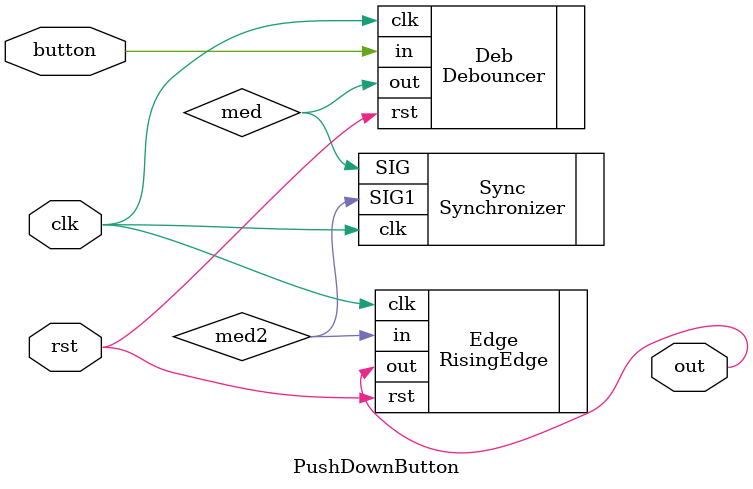
<source format=v>
`timescale 1ns / 1ps


module PushDownButton(input button, clk, rst, output out);

wire med;
wire med2;
Debouncer Deb(.clk(clk),.rst(rst),.in(button),.out(med));
Synchronizer Sync(.SIG(med),.clk(clk),.SIG1(med2));
RisingEdge Edge(.clk(clk),.in(med2),.rst(rst),.out(out));
endmodule

</source>
